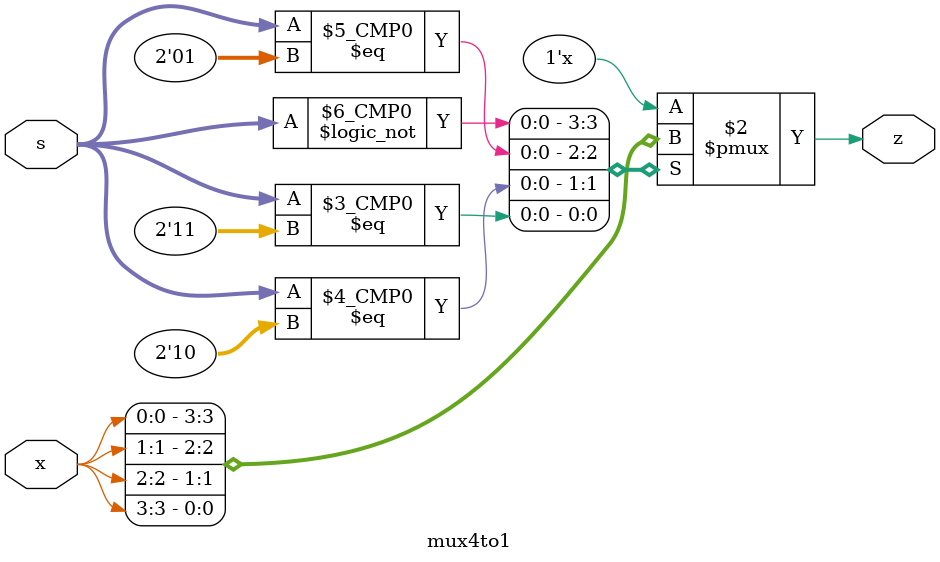
<source format=v>
module mux4to1(
    input [3:0] x,
    input [1:0] s,
    output reg z
    );
    always @(x or s)
  begin
    case ({s})
      2'b00  : z <= x[0];
      2'b01  : z <= x[1];
      2'b10  : z <= x[2];
      2'b11  : z <= x[3];

    endcase
  end
endmodule

</source>
